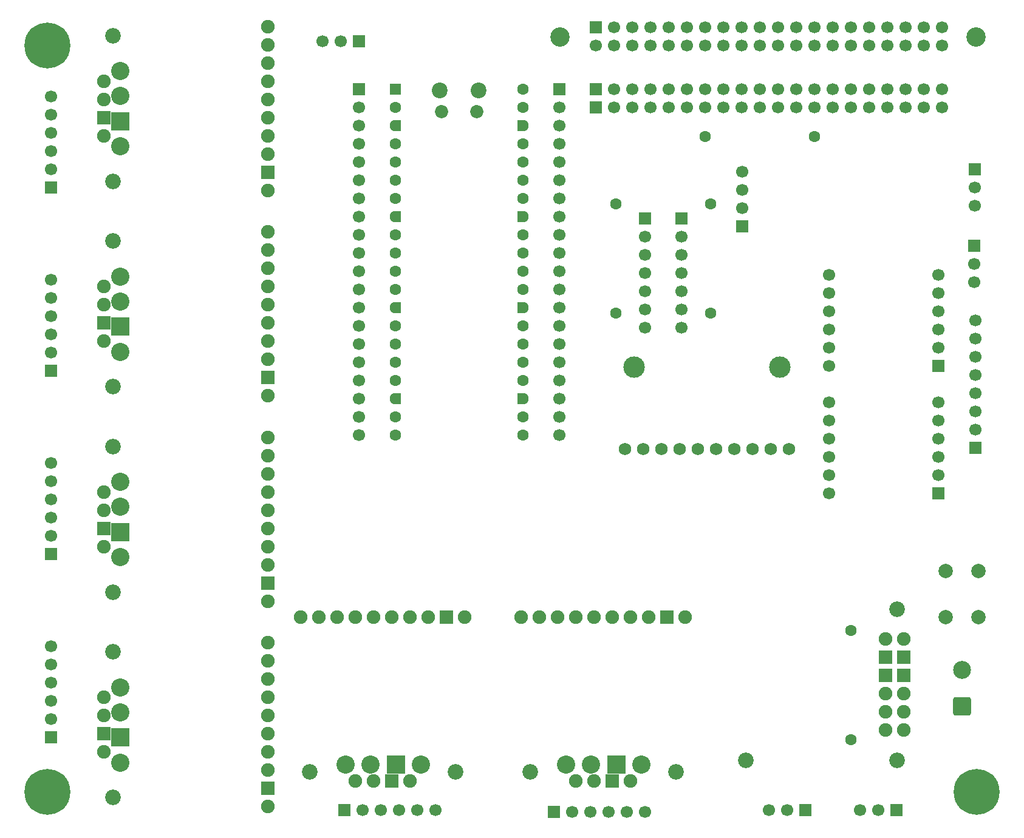
<source format=gbr>
%TF.GenerationSoftware,KiCad,Pcbnew,9.0.7*%
%TF.CreationDate,2026-02-16T00:58:25-05:00*%
%TF.ProjectId,ieee,69656565-2e6b-4696-9361-645f70636258,rev?*%
%TF.SameCoordinates,Original*%
%TF.FileFunction,Soldermask,Bot*%
%TF.FilePolarity,Negative*%
%FSLAX46Y46*%
G04 Gerber Fmt 4.6, Leading zero omitted, Abs format (unit mm)*
G04 Created by KiCad (PCBNEW 9.0.7) date 2026-02-16 00:58:25*
%MOMM*%
%LPD*%
G01*
G04 APERTURE LIST*
G04 Aperture macros list*
%AMRoundRect*
0 Rectangle with rounded corners*
0 $1 Rounding radius*
0 $2 $3 $4 $5 $6 $7 $8 $9 X,Y pos of 4 corners*
0 Add a 4 corners polygon primitive as box body*
4,1,4,$2,$3,$4,$5,$6,$7,$8,$9,$2,$3,0*
0 Add four circle primitives for the rounded corners*
1,1,$1+$1,$2,$3*
1,1,$1+$1,$4,$5*
1,1,$1+$1,$6,$7*
1,1,$1+$1,$8,$9*
0 Add four rect primitives between the rounded corners*
20,1,$1+$1,$2,$3,$4,$5,0*
20,1,$1+$1,$4,$5,$6,$7,0*
20,1,$1+$1,$6,$7,$8,$9,0*
20,1,$1+$1,$8,$9,$2,$3,0*%
%AMFreePoly0*
4,1,37,0.603843,0.796157,0.639018,0.796157,0.711114,0.766294,0.766294,0.711114,0.796157,0.639018,0.796157,0.603843,0.800000,0.600000,0.800000,-0.600000,0.796157,-0.603843,0.796157,-0.639018,0.766294,-0.711114,0.711114,-0.766294,0.639018,-0.796157,0.603843,-0.796157,0.600000,-0.800000,0.000000,-0.800000,0.000000,-0.796148,-0.078414,-0.796148,-0.232228,-0.765552,-0.377117,-0.705537,
-0.507515,-0.618408,-0.618408,-0.507515,-0.705537,-0.377117,-0.765552,-0.232228,-0.796148,-0.078414,-0.796148,0.078414,-0.765552,0.232228,-0.705537,0.377117,-0.618408,0.507515,-0.507515,0.618408,-0.377117,0.705537,-0.232228,0.765552,-0.078414,0.796148,0.000000,0.796148,0.000000,0.800000,0.600000,0.800000,0.603843,0.796157,0.603843,0.796157,$1*%
%AMFreePoly1*
4,1,37,0.000000,0.796148,0.078414,0.796148,0.232228,0.765552,0.377117,0.705537,0.507515,0.618408,0.618408,0.507515,0.705537,0.377117,0.765552,0.232228,0.796148,0.078414,0.796148,-0.078414,0.765552,-0.232228,0.705537,-0.377117,0.618408,-0.507515,0.507515,-0.618408,0.377117,-0.705537,0.232228,-0.765552,0.078414,-0.796148,0.000000,-0.796148,0.000000,-0.800000,-0.600000,-0.800000,
-0.603843,-0.796157,-0.639018,-0.796157,-0.711114,-0.766294,-0.766294,-0.711114,-0.796157,-0.639018,-0.796157,-0.603843,-0.800000,-0.600000,-0.800000,0.600000,-0.796157,0.603843,-0.796157,0.639018,-0.766294,0.711114,-0.711114,0.766294,-0.639018,0.796157,-0.603843,0.796157,-0.600000,0.800000,0.000000,0.800000,0.000000,0.796148,0.000000,0.796148,$1*%
G04 Aperture macros list end*
%ADD10C,2.200000*%
%ADD11C,1.850000*%
%ADD12RoundRect,0.200000X-0.600000X-0.600000X0.600000X-0.600000X0.600000X0.600000X-0.600000X0.600000X0*%
%ADD13C,1.600000*%
%ADD14FreePoly0,0.000000*%
%ADD15FreePoly1,0.000000*%
%ADD16C,2.700000*%
%ADD17R,1.700000X1.700000*%
%ADD18C,1.700000*%
%ADD19C,6.400000*%
%ADD20RoundRect,0.250000X1.000000X-1.000000X1.000000X1.000000X-1.000000X1.000000X-1.000000X-1.000000X0*%
%ADD21C,2.500000*%
%ADD22C,2.180000*%
%ADD23C,1.905000*%
%ADD24R,1.905000X1.905000*%
%ADD25C,2.540000*%
%ADD26R,2.540000X2.540000*%
%ADD27C,2.000000*%
%ADD28C,3.000000*%
%ADD29C,1.750000*%
G04 APERTURE END LIST*
D10*
%TO.C,A3*%
X143579000Y-44326000D03*
D11*
X143879000Y-47356000D03*
X148729000Y-47356000D03*
D10*
X149029000Y-44326000D03*
D12*
X137414000Y-44196000D03*
D13*
X137414000Y-46736000D03*
D14*
X137414000Y-49276000D03*
D13*
X137414000Y-51816000D03*
X137414000Y-54356000D03*
X137414000Y-56896000D03*
X137414000Y-59436000D03*
D14*
X137414000Y-61976000D03*
D13*
X137414000Y-64516000D03*
X137414000Y-67056000D03*
X137414000Y-69596000D03*
X137414000Y-72136000D03*
D14*
X137414000Y-74676000D03*
D13*
X137414000Y-77216000D03*
X137414000Y-79756000D03*
X137414000Y-82296000D03*
X137414000Y-84836000D03*
D14*
X137414000Y-87376000D03*
D13*
X137414000Y-89916000D03*
X137414000Y-92456000D03*
X155194000Y-92456000D03*
X155194000Y-89916000D03*
D15*
X155194000Y-87376000D03*
D13*
X155194000Y-84836000D03*
X155194000Y-82296000D03*
X155194000Y-79756000D03*
X155194000Y-77216000D03*
D15*
X155194000Y-74676000D03*
D13*
X155194000Y-72136000D03*
X155194000Y-69596000D03*
X155194000Y-67056000D03*
X155194000Y-64516000D03*
D15*
X155194000Y-61976000D03*
D13*
X155194000Y-59436000D03*
X155194000Y-56896000D03*
X155194000Y-54356000D03*
X155194000Y-51816000D03*
D15*
X155194000Y-49276000D03*
D13*
X155194000Y-46736000D03*
X155194000Y-44196000D03*
%TD*%
D16*
%TO.C,A1*%
X160384000Y-36870000D03*
X218384000Y-36870000D03*
D17*
X165354000Y-35560000D03*
D18*
X165354000Y-38100000D03*
X167894000Y-35560000D03*
X167894000Y-38100000D03*
X170434000Y-35560000D03*
X170434000Y-38100000D03*
X172974000Y-35560000D03*
X172974000Y-38100000D03*
X175514000Y-35560000D03*
X175514000Y-38100000D03*
X178054000Y-35560000D03*
X178054000Y-38100000D03*
X180594000Y-35560000D03*
X180594000Y-38100000D03*
X183134000Y-35560000D03*
X183134000Y-38100000D03*
X185674000Y-35560000D03*
X185674000Y-38100000D03*
X188214000Y-35560000D03*
X188214000Y-38100000D03*
X190754000Y-35560000D03*
X190754000Y-38100000D03*
X193294000Y-35560000D03*
X193294000Y-38100000D03*
X195834000Y-35560000D03*
X195834000Y-38100000D03*
X198374000Y-35560000D03*
X198374000Y-38100000D03*
X200914000Y-35560000D03*
X200914000Y-38100000D03*
X203454000Y-35560000D03*
X203454000Y-38100000D03*
X205994000Y-35560000D03*
X205994000Y-38100000D03*
X208534000Y-35560000D03*
X208534000Y-38100000D03*
X211074000Y-35560000D03*
X211074000Y-38100000D03*
X213614000Y-35560000D03*
X213614000Y-38100000D03*
%TD*%
D17*
%TO.C,U5*%
X132334000Y-37541200D03*
D18*
X129794000Y-37541200D03*
X127254000Y-37541200D03*
%TD*%
D19*
%TO.C,H2*%
X88900000Y-38100000D03*
%TD*%
D17*
%TO.C,M1*%
X89448640Y-134620000D03*
D18*
X89448640Y-132080000D03*
X89448640Y-129540000D03*
X89448640Y-127000000D03*
X89448640Y-124460000D03*
X89448640Y-121920000D03*
%TD*%
D17*
%TO.C,U4*%
X177262000Y-62230000D03*
D18*
X177262000Y-64770000D03*
X177262000Y-67310000D03*
X177262000Y-69850000D03*
X177262000Y-72390000D03*
X177262000Y-74930000D03*
X177262000Y-77470000D03*
%TD*%
D17*
%TO.C,S1*%
X194564000Y-144780000D03*
D18*
X192024000Y-144780000D03*
X189484000Y-144780000D03*
%TD*%
D20*
%TO.C,J1*%
X216408000Y-130332400D03*
D21*
X216408000Y-125252400D03*
%TD*%
D17*
%TO.C,M3*%
X89448640Y-83481333D03*
D18*
X89448640Y-80941333D03*
X89448640Y-78401333D03*
X89448640Y-75861333D03*
X89448640Y-73321333D03*
X89448640Y-70781333D03*
%TD*%
D22*
%TO.C,U13*%
X176570640Y-139471400D03*
X156250640Y-139471400D03*
D23*
X177840640Y-117881400D03*
D24*
X175300640Y-117881400D03*
D23*
X172760640Y-117881400D03*
X170220640Y-117881400D03*
X167680640Y-117881400D03*
X165140640Y-117881400D03*
X162600640Y-117881400D03*
X160060640Y-117881400D03*
X157520640Y-117881400D03*
X154980640Y-117881400D03*
D25*
X161203640Y-138455400D03*
D23*
X162600640Y-140741400D03*
D25*
X164703760Y-138455400D03*
D23*
X165140640Y-140741400D03*
D26*
X168203880Y-138455400D03*
D24*
X167680640Y-140741400D03*
D25*
X171704000Y-138455400D03*
D23*
X170220640Y-140741400D03*
%TD*%
D17*
%TO.C,J3*%
X165354000Y-44196000D03*
D18*
X167894000Y-44196000D03*
X170434000Y-44196000D03*
X172974000Y-44196000D03*
X175514000Y-44196000D03*
X178054000Y-44196000D03*
X180594000Y-44196000D03*
X183134000Y-44196000D03*
X185674000Y-44196000D03*
X188214000Y-44196000D03*
X190754000Y-44196000D03*
X193294000Y-44196000D03*
X195834000Y-44196000D03*
X198374000Y-44196000D03*
X200914000Y-44196000D03*
X203454000Y-44196000D03*
X205994000Y-44196000D03*
X208534000Y-44196000D03*
X211074000Y-44196000D03*
X213614000Y-44196000D03*
%TD*%
D17*
%TO.C,S3*%
X218135200Y-66040000D03*
D18*
X218135200Y-68580000D03*
X218135200Y-71120000D03*
%TD*%
D17*
%TO.C,M2*%
X89448640Y-109050667D03*
D18*
X89448640Y-106510667D03*
X89448640Y-103970667D03*
X89448640Y-101430667D03*
X89448640Y-98890667D03*
X89448640Y-96350667D03*
%TD*%
D19*
%TO.C,H1*%
X218440000Y-142240000D03*
%TD*%
D22*
%TO.C,U10*%
X98059240Y-57023000D03*
X98059240Y-36703000D03*
D23*
X119649240Y-58293000D03*
D24*
X119649240Y-55753000D03*
D23*
X119649240Y-53213000D03*
X119649240Y-50673000D03*
X119649240Y-48133000D03*
X119649240Y-45593000D03*
X119649240Y-43053000D03*
X119649240Y-40513000D03*
X119649240Y-37973000D03*
X119649240Y-35433000D03*
D25*
X99075240Y-41656000D03*
D23*
X96789240Y-43053000D03*
D25*
X99075240Y-45156120D03*
D23*
X96789240Y-45593000D03*
D26*
X99075240Y-48656240D03*
D24*
X96789240Y-48133000D03*
D25*
X99075240Y-52156360D03*
D23*
X96789240Y-50673000D03*
%TD*%
D17*
%TO.C,U12*%
X213106000Y-82804000D03*
D18*
X213106000Y-80264000D03*
X213106000Y-77724000D03*
X213106000Y-75184000D03*
X213106000Y-72644000D03*
X213106000Y-70104000D03*
X197866000Y-70104000D03*
X197866000Y-72644000D03*
X197866000Y-75184000D03*
X197866000Y-77724000D03*
X197866000Y-80264000D03*
X197866000Y-82804000D03*
%TD*%
D27*
%TO.C,SW1*%
X214158000Y-117880200D03*
X214158000Y-111380200D03*
X218658000Y-117880200D03*
X218658000Y-111380200D03*
%TD*%
D17*
%TO.C,U11*%
X213106000Y-100584000D03*
D18*
X213106000Y-98044000D03*
X213106000Y-95504000D03*
X213106000Y-92964000D03*
X213106000Y-90424000D03*
X213106000Y-87884000D03*
X197866000Y-87884000D03*
X197866000Y-90424000D03*
X197866000Y-92964000D03*
X197866000Y-95504000D03*
X197866000Y-98044000D03*
X197866000Y-100584000D03*
%TD*%
D22*
%TO.C,U8*%
X98059240Y-114342333D03*
X98059240Y-94022333D03*
D23*
X119649240Y-115612333D03*
D24*
X119649240Y-113072333D03*
D23*
X119649240Y-110532333D03*
X119649240Y-107992333D03*
X119649240Y-105452333D03*
X119649240Y-102912333D03*
X119649240Y-100372333D03*
X119649240Y-97832333D03*
X119649240Y-95292333D03*
X119649240Y-92752333D03*
D25*
X99075240Y-98975333D03*
D23*
X96789240Y-100372333D03*
D25*
X99075240Y-102475453D03*
D23*
X96789240Y-102912333D03*
D26*
X99075240Y-105975573D03*
D24*
X96789240Y-105452333D03*
D25*
X99075240Y-109475693D03*
D23*
X96789240Y-107992333D03*
%TD*%
D17*
%TO.C,J6*%
X160274000Y-44196000D03*
D18*
X160274000Y-46736000D03*
X160274000Y-49276000D03*
X160274000Y-51816000D03*
X160274000Y-54356000D03*
X160274000Y-56896000D03*
X160274000Y-59436000D03*
X160274000Y-61976000D03*
X160274000Y-64516000D03*
X160274000Y-67056000D03*
X160274000Y-69596000D03*
X160274000Y-72136000D03*
X160274000Y-74676000D03*
X160274000Y-77216000D03*
X160274000Y-79756000D03*
X160274000Y-82296000D03*
X160274000Y-84836000D03*
X160274000Y-87376000D03*
X160274000Y-89916000D03*
X160274000Y-92456000D03*
%TD*%
D13*
%TO.C,R3*%
X200891000Y-119675000D03*
X200891000Y-134915000D03*
%TD*%
D17*
%TO.C,J4*%
X185796400Y-63322200D03*
D18*
X185796400Y-60782200D03*
X185796400Y-58242200D03*
X185796400Y-55702200D03*
%TD*%
D17*
%TO.C,J2*%
X165354000Y-46736000D03*
D18*
X167894000Y-46736000D03*
X170434000Y-46736000D03*
X172974000Y-46736000D03*
X175514000Y-46736000D03*
X178054000Y-46736000D03*
X180594000Y-46736000D03*
X183134000Y-46736000D03*
X185674000Y-46736000D03*
X188214000Y-46736000D03*
X190754000Y-46736000D03*
X193294000Y-46736000D03*
X195834000Y-46736000D03*
X198374000Y-46736000D03*
X200914000Y-46736000D03*
X203454000Y-46736000D03*
X205994000Y-46736000D03*
X208534000Y-46736000D03*
X211074000Y-46736000D03*
X213614000Y-46736000D03*
%TD*%
D17*
%TO.C,U1*%
X172182000Y-62230000D03*
D18*
X172182000Y-64770000D03*
X172182000Y-67310000D03*
X172182000Y-69850000D03*
X172182000Y-72390000D03*
X172182000Y-74930000D03*
X172182000Y-77470000D03*
%TD*%
D13*
%TO.C,R1*%
X180594000Y-50825400D03*
X195834000Y-50825400D03*
%TD*%
D22*
%TO.C,U7*%
X98059240Y-143002000D03*
X98059240Y-122682000D03*
D23*
X119649240Y-144272000D03*
D24*
X119649240Y-141732000D03*
D23*
X119649240Y-139192000D03*
X119649240Y-136652000D03*
X119649240Y-134112000D03*
X119649240Y-131572000D03*
X119649240Y-129032000D03*
X119649240Y-126492000D03*
X119649240Y-123952000D03*
X119649240Y-121412000D03*
D25*
X99075240Y-127635000D03*
D23*
X96789240Y-129032000D03*
D25*
X99075240Y-131135120D03*
D23*
X96789240Y-131572000D03*
D26*
X99075240Y-134635240D03*
D24*
X96789240Y-134112000D03*
D25*
X99075240Y-138135360D03*
D23*
X96789240Y-136652000D03*
%TD*%
D17*
%TO.C,M6*%
X159552640Y-145034000D03*
D18*
X162092640Y-145034000D03*
X164632640Y-145034000D03*
X167172640Y-145034000D03*
X169712640Y-145034000D03*
X172252640Y-145034000D03*
%TD*%
D22*
%TO.C,U9*%
X98059240Y-85682667D03*
X98059240Y-65362667D03*
D23*
X119649240Y-86952667D03*
D24*
X119649240Y-84412667D03*
D23*
X119649240Y-81872667D03*
X119649240Y-79332667D03*
X119649240Y-76792667D03*
X119649240Y-74252667D03*
X119649240Y-71712667D03*
X119649240Y-69172667D03*
X119649240Y-66632667D03*
X119649240Y-64092667D03*
D25*
X99075240Y-70315667D03*
D23*
X96789240Y-71712667D03*
D25*
X99075240Y-73815787D03*
D23*
X96789240Y-74252667D03*
D26*
X99075240Y-77315907D03*
D24*
X96789240Y-76792667D03*
D25*
X99075240Y-80816027D03*
D23*
X96789240Y-79332667D03*
%TD*%
D22*
%TO.C,U14*%
X145836640Y-139446000D03*
X125516640Y-139446000D03*
D23*
X147106640Y-117856000D03*
D24*
X144566640Y-117856000D03*
D23*
X142026640Y-117856000D03*
X139486640Y-117856000D03*
X136946640Y-117856000D03*
X134406640Y-117856000D03*
X131866640Y-117856000D03*
X129326640Y-117856000D03*
X126786640Y-117856000D03*
X124246640Y-117856000D03*
D25*
X130469640Y-138430000D03*
D23*
X131866640Y-140716000D03*
D25*
X133969760Y-138430000D03*
D23*
X134406640Y-140716000D03*
D26*
X137469880Y-138430000D03*
D24*
X136946640Y-140716000D03*
D25*
X140970000Y-138430000D03*
D23*
X139486640Y-140716000D03*
%TD*%
D17*
%TO.C,M5*%
X218236800Y-94234000D03*
D18*
X218236800Y-91694000D03*
X218236800Y-89154000D03*
X218236800Y-86614000D03*
X218236800Y-84074000D03*
X218236800Y-81534000D03*
X218236800Y-78994000D03*
X218236800Y-76454000D03*
%TD*%
D17*
%TO.C,S4*%
X218186000Y-55372000D03*
D18*
X218186000Y-57912000D03*
X218186000Y-60452000D03*
%TD*%
D22*
%TO.C,U3*%
X186309000Y-137795000D03*
X207391000Y-137795000D03*
X207391000Y-116713000D03*
D23*
X208280000Y-133604000D03*
X205740000Y-131064000D03*
X208280000Y-131064000D03*
X205740000Y-128524000D03*
X208280000Y-128524000D03*
D24*
X205740000Y-125984000D03*
X208280000Y-125984000D03*
X205740000Y-123444000D03*
X208280000Y-123444000D03*
D23*
X205740000Y-120904000D03*
X208280000Y-120904000D03*
X205740000Y-133604000D03*
%TD*%
D28*
%TO.C,A2*%
X170688000Y-82981800D03*
X191008000Y-82981800D03*
D29*
X169418000Y-94411800D03*
X171958000Y-94411800D03*
X174498000Y-94411800D03*
X177038000Y-94411800D03*
X179578000Y-94411800D03*
X182118000Y-94411800D03*
X184658000Y-94411800D03*
X187198000Y-94411800D03*
X189738000Y-94411800D03*
X192278000Y-94411800D03*
%TD*%
D19*
%TO.C,H3*%
X88900000Y-142240000D03*
%TD*%
D13*
%TO.C,R2*%
X168118000Y-75438000D03*
X168118000Y-60198000D03*
%TD*%
D17*
%TO.C,M7*%
X130342640Y-144780000D03*
D18*
X132882640Y-144780000D03*
X135422640Y-144780000D03*
X137962640Y-144780000D03*
X140502640Y-144780000D03*
X143042640Y-144780000D03*
%TD*%
D17*
%TO.C,J5*%
X132334000Y-44196000D03*
D18*
X132334000Y-46736000D03*
X132334000Y-49276000D03*
X132334000Y-51816000D03*
X132334000Y-54356000D03*
X132334000Y-56896000D03*
X132334000Y-59436000D03*
X132334000Y-61976000D03*
X132334000Y-64516000D03*
X132334000Y-67056000D03*
X132334000Y-69596000D03*
X132334000Y-72136000D03*
X132334000Y-74676000D03*
X132334000Y-77216000D03*
X132334000Y-79756000D03*
X132334000Y-82296000D03*
X132334000Y-84836000D03*
X132334000Y-87376000D03*
X132334000Y-89916000D03*
X132334000Y-92456000D03*
%TD*%
D17*
%TO.C,S2*%
X207264000Y-144780000D03*
D18*
X204724000Y-144780000D03*
X202184000Y-144780000D03*
%TD*%
D17*
%TO.C,M4*%
X89448640Y-57912000D03*
D18*
X89448640Y-55372000D03*
X89448640Y-52832000D03*
X89448640Y-50292000D03*
X89448640Y-47752000D03*
X89448640Y-45212000D03*
%TD*%
D13*
%TO.C,R4*%
X181326000Y-60198000D03*
X181326000Y-75438000D03*
%TD*%
M02*

</source>
